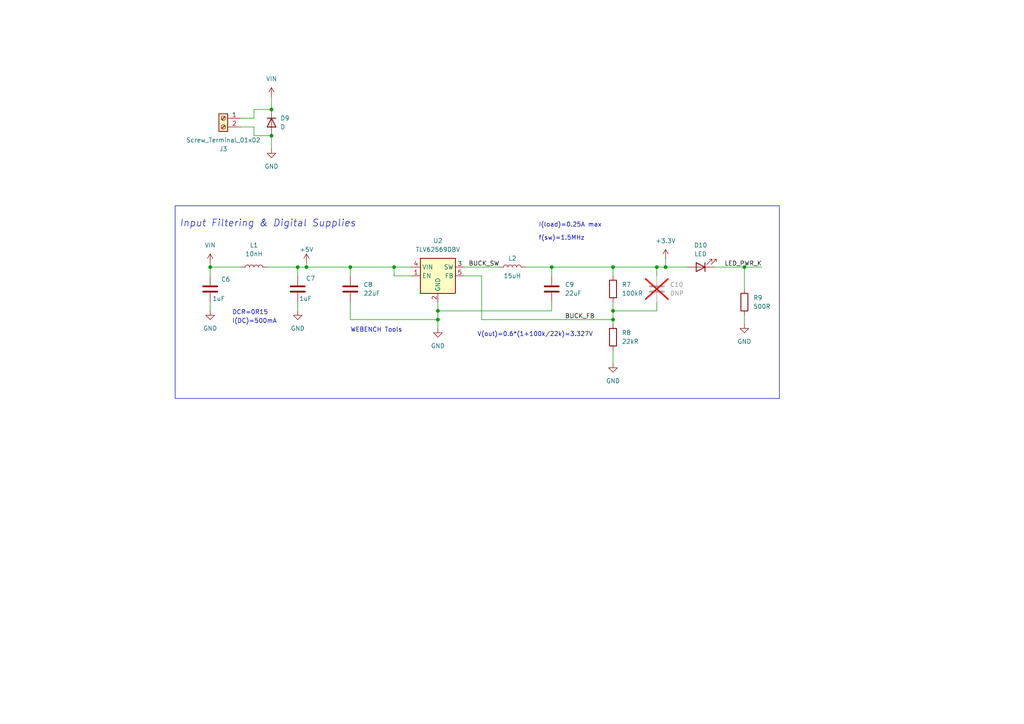
<source format=kicad_sch>
(kicad_sch (version 20231120) (generator "eeschema") (generator_version "8.0")
  (paper "A4")
  (lib_symbols
    (symbol "Connector:Screw_Terminal_01x02" (pin_names (offset 1.016) hide)
      (property "Reference" "J" (at 0 2.54 0))
      (property "Value" "Screw_Terminal_01x02" (at 0 -5.08 0))
      (symbol "Screw_Terminal_01x02_1_1"
        (rectangle (start -1.27 1.27) (end 1.27 -3.81) (stroke (width 0.254)) (fill (type background)))
        (circle (center 0 -2.54) (radius 0.635) (stroke (width 0.1524)))
        (polyline (pts (xy -0.5334 -2.2098) (xy 0.3302 -3.048)) (stroke (width 0.1524)))
        (polyline (pts (xy -0.5334 0.3302) (xy 0.3302 -0.508)) (stroke (width 0.1524)))
        (polyline (pts (xy -0.3556 -2.032) (xy 0.508 -2.8702)) (stroke (width 0.1524)))
        (polyline (pts (xy -0.3556 0.508) (xy 0.508 -0.3302)) (stroke (width 0.1524)))
        (circle (center 0 0) (radius 0.635) (stroke (width 0.1524)))
        (pin passive line (at -5.08 0 0) (length 3.81) (name "Pin_1") (number "1"))
        (pin passive line (at -5.08 -2.54 0) (length 3.81) (name "Pin_2") (number "2"))
      )
    )
    (symbol "Device:C" (pin_numbers hide) (pin_names (offset 0.254))
      (property "Reference" "C" (at 0.635 2.54 0))
      (property "Value" "C" (at 0.635 -2.54 0))
      (symbol "C_0_1"
        (polyline (pts (xy -2.032 -0.762) (xy 2.032 -0.762)) (stroke (width 0.508)))
        (polyline (pts (xy -2.032 0.762) (xy 2.032 0.762)) (stroke (width 0.508)))
      )
      (symbol "C_1_1"
        (pin passive line (at 0 3.81 270) (length 2.794) (name "~") (number "1"))
        (pin passive line (at 0 -3.81 90) (length 2.794) (name "~") (number "2"))
      )
    )
    (symbol "Device:D" (pin_numbers hide) (pin_names (offset 1.016) hide)
      (property "Reference" "D" (at 0 2.54 0))
      (property "Value" "D" (at 0 -2.54 0))
      (symbol "D_0_1"
        (polyline (pts (xy -1.27 1.27) (xy -1.27 -1.27)) (stroke (width 0.254)))
        (polyline (pts (xy 1.27 0) (xy -1.27 0)))
        (polyline (pts (xy 1.27 1.27) (xy 1.27 -1.27) (xy -1.27 0) (xy 1.27 1.27)) (stroke (width 0.254)))
      )
      (symbol "D_1_1"
        (pin passive line (at -3.81 0 0) (length 2.54) (name "K") (number "1"))
        (pin passive line (at 3.81 0 180) (length 2.54) (name "A") (number "2"))
      )
    )
    (symbol "Device:L" (pin_numbers hide) (pin_names (offset 1.016) hide)
      (property "Reference" "L" (at -1.27 0 90))
      (property "Value" "L" (at 1.905 0 90))
      (symbol "L_0_1"
        (arc (start 0 -2.54) (mid 0.6323 -1.905) (end 0 -1.27))
        (arc (start 0 -1.27) (mid 0.6323 -0.635) (end 0 0))
        (arc (start 0 0) (mid 0.6323 0.635) (end 0 1.27))
        (arc (start 0 1.27) (mid 0.6323 1.905) (end 0 2.54))
      )
      (symbol "L_1_1"
        (pin passive line (at 0 3.81 270) (length 1.27) (name "1") (number "1"))
        (pin passive line (at 0 -3.81 90) (length 1.27) (name "2") (number "2"))
      )
    )
    (symbol "Device:LED" (pin_numbers hide) (pin_names (offset 1.016) hide)
      (property "Reference" "D" (at 0 2.54 0))
      (property "Value" "LED" (at 0 -2.54 0))
      (symbol "LED_0_1"
        (polyline (pts (xy -1.27 -1.27) (xy -1.27 1.27)) (stroke (width 0.254)))
        (polyline (pts (xy -1.27 0) (xy 1.27 0)))
        (polyline (pts (xy 1.27 -1.27) (xy 1.27 1.27) (xy -1.27 0) (xy 1.27 -1.27)) (stroke (width 0.254)))
        (polyline (pts (xy -3.048 -0.762) (xy -4.572 -2.286) (xy -3.81 -2.286) (xy -4.572 -2.286) (xy -4.572 -1.524)))
        (polyline (pts (xy -1.778 -0.762) (xy -3.302 -2.286) (xy -2.54 -2.286) (xy -3.302 -2.286) (xy -3.302 -1.524)))
      )
      (symbol "LED_1_1"
        (pin passive line (at -3.81 0 0) (length 2.54) (name "K") (number "1"))
        (pin passive line (at 3.81 0 180) (length 2.54) (name "A") (number "2"))
      )
    )
    (symbol "Device:R" (pin_numbers hide) (pin_names (offset 0))
      (property "Reference" "R" (at 2.032 0 90))
      (property "Value" "R" (at 0 0 90))
      (symbol "R_0_1"
        (rectangle (start -1.016 -2.54) (end 1.016 2.54) (stroke (width 0.254)))
      )
      (symbol "R_1_1"
        (pin passive line (at 0 3.81 270) (length 1.27) (name "~") (number "1"))
        (pin passive line (at 0 -3.81 90) (length 1.27) (name "~") (number "2"))
      )
    )
    (symbol "Regulator_Switching:TLV62569DBV"
      (property "Reference" "U" (at -5.08 6.35 0))
      (property "Value" "TLV62569DBV" (at 0 6.35 0))
      (symbol "TLV62569DBV_0_1"
        (rectangle (start -5.08 5.08) (end 5.08 -5.08) (stroke (width 0.254)) (fill (type background)))
      )
      (symbol "TLV62569DBV_1_1"
        (pin input line (at -7.62 0 0) (length 2.54) (name "EN") (number "1"))
        (pin power_in line (at 0 -7.62 90) (length 2.54) (name "GND") (number "2"))
        (pin power_out line (at 7.62 2.54 180) (length 2.54) (name "SW") (number "3"))
        (pin power_in line (at -7.62 2.54 0) (length 2.54) (name "VIN") (number "4"))
        (pin input line (at 7.62 0 180) (length 2.54) (name "FB") (number "5"))
      )
    )
    (symbol "power:+3.3V" (power) (pin_numbers hide) (pin_names (offset 0) hide)
      (property "Value" "+3.3V" (at 0 3.556 0))
      (symbol "+3.3V_0_1"
        (polyline (pts (xy -0.762 1.27) (xy 0 2.54)))
        (polyline (pts (xy 0 0) (xy 0 2.54)))
        (polyline (pts (xy 0 2.54) (xy 0.762 1.27)))
      )
      (symbol "+3.3V_1_1"
        (pin power_in line (at 0 0 90) (length 0) (name "~") (number "1"))
      )
    )
    (symbol "power:+5V" (power) (pin_names (offset 0))
      (property "Value" "+5V" (at 0 3.556 0))
      (symbol "+5V_0_1"
        (polyline (pts (xy -0.762 1.27) (xy 0 2.54)))
        (polyline (pts (xy 0 0) (xy 0 2.54)))
        (polyline (pts (xy 0 2.54) (xy 0.762 1.27)))
      )
      (symbol "+5V_1_1"
        (pin power_in line (at 0 0 90) (length 0) hide (name "+5V") (number "1"))
      )
    )
    (symbol "power:GND" (power) (pin_names (offset 0))
      (property "Value" "GND" (at 0 -3.81 0))
      (symbol "GND_0_1"
        (polyline (pts (xy 0 0) (xy 0 -1.27) (xy 1.27 -1.27) (xy 0 -2.54) (xy -1.27 -1.27) (xy 0 -1.27)))
      )
      (symbol "GND_1_1"
        (pin power_in line (at 0 0 270) (length 0) hide (name "GND") (number "1"))
      )
    )
  )
  (junction (at 101.6 77.47))
  (junction (at 177.8 77.47))
  (junction (at 190.5 77.47))
  (junction (at 193.04 77.47))
  (junction (at 88.9 77.47))
  (junction (at 78.74 31.75))
  (junction (at 177.8 90.17))
  (junction (at 78.74 39.37))
  (junction (at 215.9 77.47))
  (junction (at 127 90.17))
  (junction (at 127 92.71))
  (junction (at 114.3 77.47))
  (junction (at 60.96 77.47))
  (junction (at 86.36 77.47))
  (junction (at 160.02 77.47))
  (junction (at 177.8 92.71))
  (wire (pts (xy 177.8 90.17) (xy 177.8 92.71)))
  (wire (pts (xy 177.8 80.01) (xy 177.8 77.47)))
  (wire (pts (xy 134.62 80.01) (xy 139.7 80.01)))
  (wire (pts (xy 193.04 77.47) (xy 190.5 77.47)))
  (wire (pts (xy 101.6 92.71) (xy 101.6 87.63)))
  (wire (pts (xy 199.39 77.47) (xy 193.04 77.47)))
  (wire (pts (xy 77.47 77.47) (xy 86.36 77.47)))
  (wire (pts (xy 88.9 77.47) (xy 86.36 77.47)))
  (wire (pts (xy 127 92.71) (xy 101.6 92.71)))
  (wire (pts (xy 127 90.17) (xy 127 87.63)))
  (wire (pts (xy 193.04 74.93) (xy 193.04 77.47)))
  (wire (pts (xy 177.8 77.47) (xy 190.5 77.47)))
  (wire (pts (xy 73.66 31.75) (xy 78.74 31.75)))
  (wire (pts (xy 114.3 80.01) (xy 114.3 77.47)))
  (wire (pts (xy 78.74 27.94) (xy 78.74 31.75)))
  (wire (pts (xy 127 92.71) (xy 127 90.17)))
  (wire (pts (xy 60.96 76.2) (xy 60.96 77.47)))
  (wire (pts (xy 127 95.25) (xy 127 92.71)))
  (wire (pts (xy 101.6 80.01) (xy 101.6 77.47)))
  (wire (pts (xy 60.96 90.17) (xy 60.96 87.63)))
  (wire (pts (xy 215.9 77.47) (xy 215.9 83.82)))
  (wire (pts (xy 88.9 77.47) (xy 101.6 77.47)))
  (wire (pts (xy 207.01 77.47) (xy 215.9 77.47)))
  (wire (pts (xy 215.9 93.98) (xy 215.9 91.44)))
  (wire (pts (xy 73.66 34.29) (xy 73.66 31.75)))
  (wire (pts (xy 69.85 36.83) (xy 73.66 36.83)))
  (wire (pts (xy 152.4 77.47) (xy 160.02 77.47)))
  (wire (pts (xy 69.85 34.29) (xy 73.66 34.29)))
  (wire (pts (xy 177.8 77.47) (xy 160.02 77.47)))
  (wire (pts (xy 177.8 87.63) (xy 177.8 90.17)))
  (wire (pts (xy 60.96 77.47) (xy 69.85 77.47)))
  (wire (pts (xy 160.02 90.17) (xy 127 90.17)))
  (wire (pts (xy 190.5 87.63) (xy 190.5 90.17)))
  (wire (pts (xy 190.5 77.47) (xy 190.5 80.01)))
  (wire (pts (xy 86.36 80.01) (xy 86.36 77.47)))
  (wire (pts (xy 114.3 77.47) (xy 119.38 77.47)))
  (wire (pts (xy 160.02 87.63) (xy 160.02 90.17)))
  (wire (pts (xy 88.9 76.2) (xy 88.9 77.47)))
  (wire (pts (xy 78.74 39.37) (xy 78.74 43.18)))
  (wire (pts (xy 101.6 77.47) (xy 114.3 77.47)))
  (wire (pts (xy 160.02 77.47) (xy 160.02 80.01)))
  (wire (pts (xy 177.8 92.71) (xy 139.7 92.71)))
  (wire (pts (xy 215.9 77.47) (xy 220.98 77.47)))
  (wire (pts (xy 177.8 90.17) (xy 190.5 90.17)))
  (wire (pts (xy 177.8 92.71) (xy 177.8 93.98)))
  (wire (pts (xy 73.66 36.83) (xy 73.66 39.37)))
  (wire (pts (xy 73.66 39.37) (xy 78.74 39.37)))
  (wire (pts (xy 114.3 80.01) (xy 119.38 80.01)))
  (wire (pts (xy 139.7 92.71) (xy 139.7 80.01)))
  (wire (pts (xy 60.96 77.47) (xy 60.96 80.01)))
  (wire (pts (xy 177.8 101.6) (xy 177.8 105.41)))
  (wire (pts (xy 144.78 77.47) (xy 134.62 77.47)))
  (wire (pts (xy 86.36 90.17) (xy 86.36 87.63)))
  (rectangle (start 50.8 59.69) (end 226.06 115.57))
  (text "Input Filtering & Digital Supplies" (at 52.07 66.04 0) (effects (font (size 2.0066 2.0066) (italic yes)) (justify left bottom)))
  (text "V(out)=0.6*(1+100k/22k)=3.327V" (at 138.43 97.79 0) (effects (font (size 1.27 1.27)) (justify left bottom)))
  (text "I(DC)=500mA" (at 67.31 93.98 0) (effects (font (size 1.27 1.27)) (justify left bottom)))
  (text "WEBENCH Tools" (at 101.6 96.52 0) (effects (font (size 1.27 1.27)) (justify left bottom)))
  (text "I(load)=0.25A max" (at 156.21 66.04 0) (effects (font (size 1.27 1.27)) (justify left bottom)))
  (text "DCR=0R15" (at 67.31 91.44 0) (effects (font (size 1.27 1.27)) (justify left bottom)))
  (text "f(sw)=1.5MHz" (at 156.21 69.85 0) (effects (font (size 1.27 1.27)) (justify left bottom)))
  (label "BUCK_FB" (at 163.83 92.71 0))
  (label "BUCK_SW" (at 135.89 77.47 0))
  (label "LED_PWR_K" (at 220.98 77.47 180))
  (symbol (lib_id "Device:L") (at 73.66 77.47 90) (unit 1)
    (property "Reference" "L1" (at 73.66 71.12 90))
    (property "Value" "10nH" (at 73.66 73.66 90))
    (property "Footprint" "Inductor_SMD:L_0603_1608Metric" (effects (hide yes)))
    (property "Manufacturer" "Murata Electronics" (effects (hide yes)))
    (property "DigiKey Part Number" "712-LRC0402CJ10NGV001TDKR-ND" (effects (hide yes)))
    (property "Manufacturer Product Number" "LQG18HN10NJ00D" (effects (hide yes)))
  )
  (symbol (lib_id "Device:C") (at 60.96 83.82 0) (mirror y) (unit 1)
    (property "Reference" "C6" (at 66.802 81.026 0) (effects (justify left)))
    (property "Value" "1uF" (at 65.278 86.614 0) (effects (justify left)))
    (property "Footprint" "Capacitor_SMD:C_0805_2012Metric" (effects (hide yes)))
    (property "Manufacturer" "Samsung Electro-Mechanics" (effects (hide yes)))
    (property "DigiKey Part Number" "1276-1946-6-ND" (effects (hide yes)))
    (property "Manufacturer Product Number" "CL21B105KBFNNNE" (effects (hide yes)))
  )
  (symbol (lib_id "Device:R") (at 215.9 87.63 180) (unit 1)
    (property "Reference" "R9" (at 218.44 86.36 0) (effects (justify right)))
    (property "Value" "500R" (at 218.44 88.9 0) (effects (justify right)))
    (property "Footprint" "Resistor_SMD:R_0805_2012Metric" (effects (hide yes)))
    (property "Manufacturer" "Viking Tech" (effects (hide yes)))
    (property "DigiKey Part Number" "P1.00KLDKR-ND" (effects (hide yes)))
    (property "Manufacturer Product Number" "ARG05FTC5000" (effects (hide yes)))
  )
  (symbol (lib_id "Device:D") (at 78.74 35.56 270) (unit 1)
    (property "Reference" "D9" (at 81.28 34.2899 90) (effects (justify left)))
    (property "Value" "D" (at 81.28 36.8299 90) (effects (justify left)))
    (property "Footprint" "Diode_SMD:D_PowerDI-123" (effects (hide yes)))
    (property "Description" "Diode" (effects (hide yes)))
    (property "Sim.Device" "D" (effects (hide yes)))
    (property "Sim.Pins" "1=K 2=A" (effects (hide yes)))
    (property "Manufacturer" "Diodes Incorporated" (effects (hide yes)))
    (property "Part Number" "SBR3M30P1-7" (effects (hide yes)))
    (property "Manufacturer Product Number" "SBR3M30P1-7" (effects (hide yes)))
  )
  (symbol (lib_id "Regulator_Switching:TLV62569DBV") (at 127 80.01 0) (unit 1)
    (property "Reference" "U2" (at 127 69.85 0))
    (property "Value" "TLV62569DBV" (at 127 72.39 0))
    (property "Footprint" "Package_TO_SOT_SMD:SOT-23-5" (effects (hide yes)))
    (property "Datasheet" "http://www.ti.com/lit/ds/symlink/tlv62569.pdf" (effects (hide yes)))
    (property "Manufacturer" "Texas Instruments" (effects (hide yes)))
    (property "DigiKey Part Number" "296-47360-6-ND" (effects (hide yes)))
    (property "Manufacturer Product Number" "TLV62569DBVR" (effects (hide yes)))
  )
  (symbol (lib_id "Device:C") (at 160.02 83.82 0) (unit 1)
    (property "Reference" "C9" (at 163.83 82.55 0) (effects (justify left)))
    (property "Value" "22uF" (at 163.83 85.09 0) (effects (justify left)))
    (property "Footprint" "Capacitor_SMD:C_0805_2012Metric" (effects (hide yes)))
    (property "Manufacturer" "Samsung Electro-Mechanics" (effects (hide yes)))
    (property "DigiKey Part Number" "1276-6687-6-ND" (effects (hide yes)))
    (property "Manufacturer Product Number" "CL21A226MAYNNNE" (effects (hide yes)))
  )
  (symbol (lib_id "power:+5V") (at 88.9 76.2 0) (unit 1)
    (property "Reference" "#PWR018" (effects (hide yes)))
    (property "Value" "+5V" (at 88.9 72.39 0))
  )
  (symbol (lib_id "Device:C") (at 101.6 83.82 0) (unit 1)
    (property "Reference" "C8" (at 105.41 82.55 0) (effects (justify left)))
    (property "Value" "22uF" (at 105.41 85.09 0) (effects (justify left)))
    (property "Footprint" "Capacitor_SMD:C_0805_2012Metric" (effects (hide yes)))
    (property "Manufacturer" "Samsung Electro-Mechanics" (effects (hide yes)))
    (property "DigiKey Part Number" "1276-6687-6-ND" (effects (hide yes)))
    (property "Manufacturer Product Number" "CL21A226MAYNNNE" (effects (hide yes)))
  )
  (symbol (lib_id "Device:C") (at 190.5 83.82 0) (unit 1) (dnp yes)
    (property "Reference" "C10" (at 194.31 82.55 0) (effects (justify left)))
    (property "Value" "DNP" (at 194.31 85.09 0) (effects (justify left)))
    (property "Footprint" "Capacitor_SMD:C_0603_1608Metric" (effects (hide yes)))
  )
  (symbol (lib_id "power:+5V") (at 78.74 27.94 0) (unit 1)
    (property "Reference" "#PWR019" (effects (hide yes)))
    (property "Value" "VIN" (at 78.74 22.86 0))
    (property "Description" "Power symbol creates a global label with name \"+5V\"" (effects (hide yes)))
  )
  (symbol (lib_id "power:GND") (at 127 95.25 0) (unit 1)
    (property "Reference" "#PWR021" (effects (hide yes)))
    (property "Value" "GND" (at 127 100.33 0))
    (property "Description" "Power symbol creates a global label with name \"GND\" , ground" (effects (hide yes)))
  )
  (symbol (lib_id "power:+3.3V") (at 193.04 74.93 0) (unit 1)
    (property "Reference" "#PWR023" (effects (hide yes)))
    (property "Value" "+3.3V" (at 193.04 69.85 0))
    (property "Description" "Power symbol creates a global label with name \"+3.3V\"" (effects (hide yes)))
  )
  (symbol (lib_id "power:GND") (at 60.96 90.17 0) (unit 1)
    (property "Reference" "#PWR014" (effects (hide yes)))
    (property "Value" "GND" (at 60.96 95.25 0))
    (property "Description" "Power symbol creates a global label with name \"GND\" , ground" (effects (hide yes)))
  )
  (symbol (lib_id "Device:C") (at 86.36 83.82 0) (mirror y) (unit 1)
    (property "Reference" "C7" (at 91.44 80.772 0) (effects (justify left)))
    (property "Value" "1uF" (at 90.424 86.614 0) (effects (justify left)))
    (property "Footprint" "Capacitor_SMD:C_0805_2012Metric" (effects (hide yes)))
    (property "Manufacturer" "Samsung Electro-Mechanics" (effects (hide yes)))
    (property "DigiKey Part Number" "1276-1946-6-ND" (effects (hide yes)))
    (property "Manufacturer Product Number" "CL21B105KBFNNNE" (effects (hide yes)))
  )
  (symbol (lib_id "Device:L") (at 148.59 77.47 90) (unit 1)
    (property "Reference" "L2" (at 148.59 74.93 90))
    (property "Value" "15uH" (at 148.59 80.01 90))
    (property "Footprint" "esp32s3_watches:MWSA0603S" (effects (hide yes)))
    (property "Manufacturer" "cjiang (Changjiang Microelectronics Tech)" (effects (hide yes)))
    (property "DigiKey Part Number" "3442-MWSA0603S-150MTDKR-ND" (effects (hide yes)))
    (property "Manufacturer Product Number" "FXL0630-150-M" (effects (hide yes)))
  )
  (symbol (lib_id "power:GND") (at 86.36 90.17 0) (unit 1)
    (property "Reference" "#PWR017" (effects (hide yes)))
    (property "Value" "GND" (at 86.36 95.25 0))
    (property "Description" "Power symbol creates a global label with name \"GND\" , ground" (effects (hide yes)))
  )
  (symbol (lib_id "Device:LED") (at 203.2 77.47 180) (unit 1)
    (property "Reference" "D10" (at 203.2 71.12 0))
    (property "Value" "LED" (at 203.2 73.66 0))
    (property "Footprint" "LED_THT:LED_D5.0mm" (effects (hide yes)))
    (property "DigiKey Part Number" "732-4971-6-ND" (effects (hide yes)))
  )
  (symbol (lib_id "power:GND") (at 215.9 93.98 0) (unit 1)
    (property "Reference" "#PWR024" (effects (hide yes)))
    (property "Value" "GND" (at 215.9 99.06 0))
    (property "Description" "Power symbol creates a global label with name \"GND\" , ground" (effects (hide yes)))
  )
  (symbol (lib_id "power:GND") (at 78.74 43.18 0) (unit 1)
    (property "Reference" "#PWR020" (effects (hide yes)))
    (property "Value" "GND" (at 78.74 48.26 0))
    (property "Description" "Power symbol creates a global label with name \"GND\" , ground" (effects (hide yes)))
  )
  (symbol (lib_id "power:+5V") (at 60.96 76.2 0) (unit 1)
    (property "Reference" "#PWR013" (effects (hide yes)))
    (property "Value" "VIN" (at 60.96 71.12 0))
    (property "Description" "Power symbol creates a global label with name \"+5V\"" (effects (hide yes)))
  )
  (symbol (lib_id "Device:R") (at 177.8 83.82 180) (unit 1)
    (property "Reference" "R7" (at 180.34 82.55 0) (effects (justify right)))
    (property "Value" "100kR" (at 180.34 85.09 0) (effects (justify right)))
    (property "Footprint" "Resistor_SMD:R_0805_2012Metric" (effects (hide yes)))
    (property "Manufacturer" "UNI-ROYAL(Uniroyal Elec)" (effects (hide yes)))
    (property "DigiKey Part Number" "P100KLDKR-ND" (effects (hide yes)))
    (property "Manufacturer Product Number" "0805W8F1003T5E" (effects (hide yes)))
  )
  (symbol (lib_id "Connector:Screw_Terminal_01x02") (at 64.77 34.29 0) (mirror y) (unit 1)
    (property "Reference" "J3" (at 64.77 43.18 0))
    (property "Value" "Screw_Terminal_01x02" (at 64.77 40.64 0))
    (property "Footprint" "esp32s3_watches:terminal_block" (effects (hide yes)))
    (property "Description" "Generic screw terminal, single row, 01x02, script generated (kicad-library-utils/schlib/autogen/connector/)" (effects (hide yes)))
    (property "Manufacturer" "Ningbo Kangnex Elec" (effects (hide yes)))
    (property "Part Number" "WJ500V-5.08-2P" (effects (hide yes)))
    (property "Manufacturer Product Number" "WJ500V-5.08-2P" (effects (hide yes)))
  )
  (symbol (lib_id "Device:R") (at 177.8 97.79 180) (unit 1)
    (property "Reference" "R8" (at 180.34 96.52 0) (effects (justify right)))
    (property "Value" "22kR" (at 180.34 99.06 0) (effects (justify right)))
    (property "Footprint" "Resistor_SMD:R_0805_2012Metric" (effects (hide yes)))
    (property "Manufacturer" "UNI-ROYAL(Uniroyal Elec)" (effects (hide yes)))
    (property "DigiKey Part Number" "P22.0KLDKR-ND" (effects (hide yes)))
    (property "Manufacturer Product Number" "0805W8F2202T5E" (effects (hide yes)))
  )
  (symbol (lib_id "power:GND") (at 177.8 105.41 0) (unit 1)
    (property "Reference" "#PWR022" (effects (hide yes)))
    (property "Value" "GND" (at 177.8 110.49 0))
    (property "Description" "Power symbol creates a global label with name \"GND\" , ground" (effects (hide yes)))
  )
)
</source>
